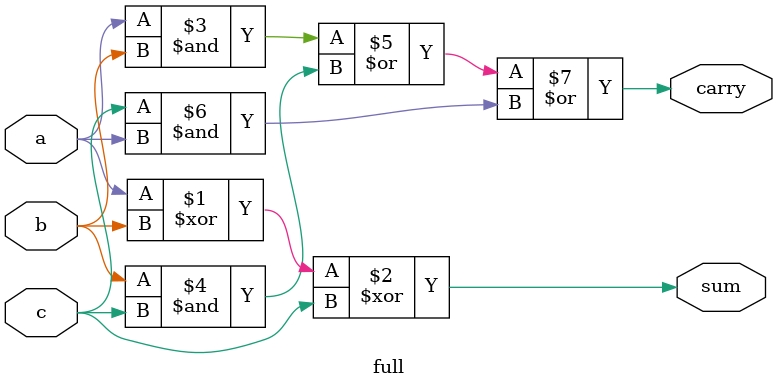
<source format=v>
module parallel_adder(a,b,c,sum,carry);
  wire c1,c2,c3;
  input [3:0]a,b;
  input c;
  output reg[3:0]sum;
  output reg carry;
  
  full dut1(a[0],b[0],c,sum[0],c1);
  full dut2(a[1],b[1],c1,sum[1],c2);
  full dut3(a[2],b[2],c2,sum[2],c3);
  full dut4(a[3],b[3],c3,sum[3],carry);
endmodule
 

module full(a,b,c,sum,carry);
  input a,b,c;
  output sum,carry;
  
  assign sum=a^b^c;
  assign carry=a&b | b&c | c&a;
endmodule

</source>
